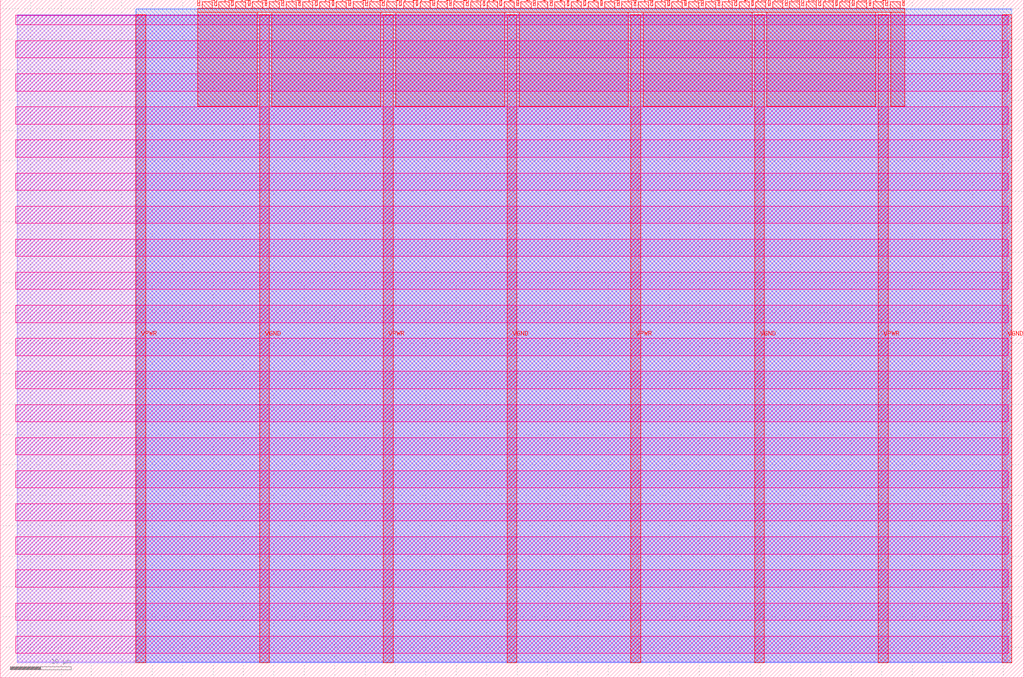
<source format=lef>
VERSION 5.7 ;
  NOWIREEXTENSIONATPIN ON ;
  DIVIDERCHAR "/" ;
  BUSBITCHARS "[]" ;
MACRO tt_um_mabhari_seven_segment_seconds_dup
  CLASS BLOCK ;
  FOREIGN tt_um_mabhari_seven_segment_seconds_dup ;
  ORIGIN 0.000 0.000 ;
  SIZE 168.360 BY 111.520 ;
  PIN VGND
    DIRECTION INOUT ;
    USE GROUND ;
    PORT
      LAYER met4 ;
        RECT 42.670 2.480 44.270 109.040 ;
    END
    PORT
      LAYER met4 ;
        RECT 83.380 2.480 84.980 109.040 ;
    END
    PORT
      LAYER met4 ;
        RECT 124.090 2.480 125.690 109.040 ;
    END
    PORT
      LAYER met4 ;
        RECT 164.800 2.480 166.400 109.040 ;
    END
  END VGND
  PIN VPWR
    DIRECTION INOUT ;
    USE POWER ;
    PORT
      LAYER met4 ;
        RECT 22.315 2.480 23.915 109.040 ;
    END
    PORT
      LAYER met4 ;
        RECT 63.025 2.480 64.625 109.040 ;
    END
    PORT
      LAYER met4 ;
        RECT 103.735 2.480 105.335 109.040 ;
    END
    PORT
      LAYER met4 ;
        RECT 144.445 2.480 146.045 109.040 ;
    END
  END VPWR
  PIN clk
    DIRECTION INPUT ;
    USE SIGNAL ;
    ANTENNAGATEAREA 0.852000 ;
    PORT
      LAYER met4 ;
        RECT 145.670 110.520 145.970 111.520 ;
    END
  END clk
  PIN ena
    DIRECTION INPUT ;
    USE SIGNAL ;
    ANTENNAGATEAREA 0.196500 ;
    PORT
      LAYER met4 ;
        RECT 148.430 110.520 148.730 111.520 ;
    END
  END ena
  PIN rst_n
    DIRECTION INPUT ;
    USE SIGNAL ;
    ANTENNAGATEAREA 0.213000 ;
    PORT
      LAYER met4 ;
        RECT 142.910 110.520 143.210 111.520 ;
    END
  END rst_n
  PIN ui_in[0]
    DIRECTION INPUT ;
    USE SIGNAL ;
    ANTENNAGATEAREA 0.196500 ;
    PORT
      LAYER met4 ;
        RECT 140.150 110.520 140.450 111.520 ;
    END
  END ui_in[0]
  PIN ui_in[1]
    DIRECTION INPUT ;
    USE SIGNAL ;
    ANTENNAGATEAREA 0.196500 ;
    PORT
      LAYER met4 ;
        RECT 137.390 110.520 137.690 111.520 ;
    END
  END ui_in[1]
  PIN ui_in[2]
    DIRECTION INPUT ;
    USE SIGNAL ;
    ANTENNAGATEAREA 0.196500 ;
    PORT
      LAYER met4 ;
        RECT 134.630 110.520 134.930 111.520 ;
    END
  END ui_in[2]
  PIN ui_in[3]
    DIRECTION INPUT ;
    USE SIGNAL ;
    ANTENNAGATEAREA 0.196500 ;
    PORT
      LAYER met4 ;
        RECT 131.870 110.520 132.170 111.520 ;
    END
  END ui_in[3]
  PIN ui_in[4]
    DIRECTION INPUT ;
    USE SIGNAL ;
    ANTENNAGATEAREA 0.196500 ;
    PORT
      LAYER met4 ;
        RECT 129.110 110.520 129.410 111.520 ;
    END
  END ui_in[4]
  PIN ui_in[5]
    DIRECTION INPUT ;
    USE SIGNAL ;
    ANTENNAGATEAREA 0.196500 ;
    PORT
      LAYER met4 ;
        RECT 126.350 110.520 126.650 111.520 ;
    END
  END ui_in[5]
  PIN ui_in[6]
    DIRECTION INPUT ;
    USE SIGNAL ;
    ANTENNAGATEAREA 0.196500 ;
    PORT
      LAYER met4 ;
        RECT 123.590 110.520 123.890 111.520 ;
    END
  END ui_in[6]
  PIN ui_in[7]
    DIRECTION INPUT ;
    USE SIGNAL ;
    ANTENNAGATEAREA 0.196500 ;
    PORT
      LAYER met4 ;
        RECT 120.830 110.520 121.130 111.520 ;
    END
  END ui_in[7]
  PIN uio_in[0]
    DIRECTION INPUT ;
    USE SIGNAL ;
    ANTENNAGATEAREA 0.196500 ;
    PORT
      LAYER met4 ;
        RECT 118.070 110.520 118.370 111.520 ;
    END
  END uio_in[0]
  PIN uio_in[1]
    DIRECTION INPUT ;
    USE SIGNAL ;
    ANTENNAGATEAREA 0.196500 ;
    PORT
      LAYER met4 ;
        RECT 115.310 110.520 115.610 111.520 ;
    END
  END uio_in[1]
  PIN uio_in[2]
    DIRECTION INPUT ;
    USE SIGNAL ;
    PORT
      LAYER met4 ;
        RECT 112.550 110.520 112.850 111.520 ;
    END
  END uio_in[2]
  PIN uio_in[3]
    DIRECTION INPUT ;
    USE SIGNAL ;
    ANTENNAGATEAREA 0.213000 ;
    PORT
      LAYER met4 ;
        RECT 109.790 110.520 110.090 111.520 ;
    END
  END uio_in[3]
  PIN uio_in[4]
    DIRECTION INPUT ;
    USE SIGNAL ;
    PORT
      LAYER met4 ;
        RECT 107.030 110.520 107.330 111.520 ;
    END
  END uio_in[4]
  PIN uio_in[5]
    DIRECTION INPUT ;
    USE SIGNAL ;
    PORT
      LAYER met4 ;
        RECT 104.270 110.520 104.570 111.520 ;
    END
  END uio_in[5]
  PIN uio_in[6]
    DIRECTION INPUT ;
    USE SIGNAL ;
    PORT
      LAYER met4 ;
        RECT 101.510 110.520 101.810 111.520 ;
    END
  END uio_in[6]
  PIN uio_in[7]
    DIRECTION INPUT ;
    USE SIGNAL ;
    PORT
      LAYER met4 ;
        RECT 98.750 110.520 99.050 111.520 ;
    END
  END uio_in[7]
  PIN uio_oe[0]
    DIRECTION OUTPUT TRISTATE ;
    USE SIGNAL ;
    PORT
      LAYER met4 ;
        RECT 51.830 110.520 52.130 111.520 ;
    END
  END uio_oe[0]
  PIN uio_oe[1]
    DIRECTION OUTPUT TRISTATE ;
    USE SIGNAL ;
    PORT
      LAYER met4 ;
        RECT 49.070 110.520 49.370 111.520 ;
    END
  END uio_oe[1]
  PIN uio_oe[2]
    DIRECTION OUTPUT TRISTATE ;
    USE SIGNAL ;
    PORT
      LAYER met4 ;
        RECT 46.310 110.520 46.610 111.520 ;
    END
  END uio_oe[2]
  PIN uio_oe[3]
    DIRECTION OUTPUT TRISTATE ;
    USE SIGNAL ;
    PORT
      LAYER met4 ;
        RECT 43.550 110.520 43.850 111.520 ;
    END
  END uio_oe[3]
  PIN uio_oe[4]
    DIRECTION OUTPUT TRISTATE ;
    USE SIGNAL ;
    PORT
      LAYER met4 ;
        RECT 40.790 110.520 41.090 111.520 ;
    END
  END uio_oe[4]
  PIN uio_oe[5]
    DIRECTION OUTPUT TRISTATE ;
    USE SIGNAL ;
    PORT
      LAYER met4 ;
        RECT 38.030 110.520 38.330 111.520 ;
    END
  END uio_oe[5]
  PIN uio_oe[6]
    DIRECTION OUTPUT TRISTATE ;
    USE SIGNAL ;
    PORT
      LAYER met4 ;
        RECT 35.270 110.520 35.570 111.520 ;
    END
  END uio_oe[6]
  PIN uio_oe[7]
    DIRECTION OUTPUT TRISTATE ;
    USE SIGNAL ;
    PORT
      LAYER met4 ;
        RECT 32.510 110.520 32.810 111.520 ;
    END
  END uio_oe[7]
  PIN uio_out[0]
    DIRECTION OUTPUT TRISTATE ;
    USE SIGNAL ;
    PORT
      LAYER met4 ;
        RECT 73.910 110.520 74.210 111.520 ;
    END
  END uio_out[0]
  PIN uio_out[1]
    DIRECTION OUTPUT TRISTATE ;
    USE SIGNAL ;
    PORT
      LAYER met4 ;
        RECT 71.150 110.520 71.450 111.520 ;
    END
  END uio_out[1]
  PIN uio_out[2]
    DIRECTION OUTPUT TRISTATE ;
    USE SIGNAL ;
    PORT
      LAYER met4 ;
        RECT 68.390 110.520 68.690 111.520 ;
    END
  END uio_out[2]
  PIN uio_out[3]
    DIRECTION OUTPUT TRISTATE ;
    USE SIGNAL ;
    PORT
      LAYER met4 ;
        RECT 65.630 110.520 65.930 111.520 ;
    END
  END uio_out[3]
  PIN uio_out[4]
    DIRECTION OUTPUT TRISTATE ;
    USE SIGNAL ;
    PORT
      LAYER met4 ;
        RECT 62.870 110.520 63.170 111.520 ;
    END
  END uio_out[4]
  PIN uio_out[5]
    DIRECTION OUTPUT TRISTATE ;
    USE SIGNAL ;
    PORT
      LAYER met4 ;
        RECT 60.110 110.520 60.410 111.520 ;
    END
  END uio_out[5]
  PIN uio_out[6]
    DIRECTION OUTPUT TRISTATE ;
    USE SIGNAL ;
    PORT
      LAYER met4 ;
        RECT 57.350 110.520 57.650 111.520 ;
    END
  END uio_out[6]
  PIN uio_out[7]
    DIRECTION OUTPUT TRISTATE ;
    USE SIGNAL ;
    ANTENNADIFFAREA 0.795200 ;
    PORT
      LAYER met4 ;
        RECT 54.590 110.520 54.890 111.520 ;
    END
  END uio_out[7]
  PIN uo_out[0]
    DIRECTION OUTPUT TRISTATE ;
    USE SIGNAL ;
    ANTENNADIFFAREA 0.891000 ;
    PORT
      LAYER met4 ;
        RECT 95.990 110.520 96.290 111.520 ;
    END
  END uo_out[0]
  PIN uo_out[1]
    DIRECTION OUTPUT TRISTATE ;
    USE SIGNAL ;
    ANTENNADIFFAREA 0.891000 ;
    PORT
      LAYER met4 ;
        RECT 93.230 110.520 93.530 111.520 ;
    END
  END uo_out[1]
  PIN uo_out[2]
    DIRECTION OUTPUT TRISTATE ;
    USE SIGNAL ;
    ANTENNADIFFAREA 1.431000 ;
    PORT
      LAYER met4 ;
        RECT 90.470 110.520 90.770 111.520 ;
    END
  END uo_out[2]
  PIN uo_out[3]
    DIRECTION OUTPUT TRISTATE ;
    USE SIGNAL ;
    ANTENNADIFFAREA 0.891000 ;
    PORT
      LAYER met4 ;
        RECT 87.710 110.520 88.010 111.520 ;
    END
  END uo_out[3]
  PIN uo_out[4]
    DIRECTION OUTPUT TRISTATE ;
    USE SIGNAL ;
    ANTENNAGATEAREA 0.495000 ;
    ANTENNADIFFAREA 0.911000 ;
    PORT
      LAYER met4 ;
        RECT 84.950 110.520 85.250 111.520 ;
    END
  END uo_out[4]
  PIN uo_out[5]
    DIRECTION OUTPUT TRISTATE ;
    USE SIGNAL ;
    ANTENNADIFFAREA 0.445500 ;
    PORT
      LAYER met4 ;
        RECT 82.190 110.520 82.490 111.520 ;
    END
  END uo_out[5]
  PIN uo_out[6]
    DIRECTION OUTPUT TRISTATE ;
    USE SIGNAL ;
    ANTENNADIFFAREA 0.924000 ;
    PORT
      LAYER met4 ;
        RECT 79.430 110.520 79.730 111.520 ;
    END
  END uo_out[6]
  PIN uo_out[7]
    DIRECTION OUTPUT TRISTATE ;
    USE SIGNAL ;
    PORT
      LAYER met4 ;
        RECT 76.670 110.520 76.970 111.520 ;
    END
  END uo_out[7]
  OBS
      LAYER nwell ;
        RECT 2.570 107.385 165.790 108.990 ;
        RECT 2.570 101.945 165.790 104.775 ;
        RECT 2.570 96.505 165.790 99.335 ;
        RECT 2.570 91.065 165.790 93.895 ;
        RECT 2.570 85.625 165.790 88.455 ;
        RECT 2.570 80.185 165.790 83.015 ;
        RECT 2.570 74.745 165.790 77.575 ;
        RECT 2.570 69.305 165.790 72.135 ;
        RECT 2.570 63.865 165.790 66.695 ;
        RECT 2.570 58.425 165.790 61.255 ;
        RECT 2.570 52.985 165.790 55.815 ;
        RECT 2.570 47.545 165.790 50.375 ;
        RECT 2.570 42.105 165.790 44.935 ;
        RECT 2.570 36.665 165.790 39.495 ;
        RECT 2.570 31.225 165.790 34.055 ;
        RECT 2.570 25.785 165.790 28.615 ;
        RECT 2.570 20.345 165.790 23.175 ;
        RECT 2.570 14.905 165.790 17.735 ;
        RECT 2.570 9.465 165.790 12.295 ;
        RECT 2.570 4.025 165.790 6.855 ;
      LAYER li1 ;
        RECT 2.760 2.635 165.600 108.885 ;
      LAYER met1 ;
        RECT 2.760 2.480 166.400 109.040 ;
      LAYER met2 ;
        RECT 22.345 2.535 166.370 110.005 ;
      LAYER met3 ;
        RECT 22.325 2.555 166.390 109.985 ;
      LAYER met4 ;
        RECT 33.210 110.120 34.870 111.170 ;
        RECT 35.970 110.120 37.630 111.170 ;
        RECT 38.730 110.120 40.390 111.170 ;
        RECT 41.490 110.120 43.150 111.170 ;
        RECT 44.250 110.120 45.910 111.170 ;
        RECT 47.010 110.120 48.670 111.170 ;
        RECT 49.770 110.120 51.430 111.170 ;
        RECT 52.530 110.120 54.190 111.170 ;
        RECT 55.290 110.120 56.950 111.170 ;
        RECT 58.050 110.120 59.710 111.170 ;
        RECT 60.810 110.120 62.470 111.170 ;
        RECT 63.570 110.120 65.230 111.170 ;
        RECT 66.330 110.120 67.990 111.170 ;
        RECT 69.090 110.120 70.750 111.170 ;
        RECT 71.850 110.120 73.510 111.170 ;
        RECT 74.610 110.120 76.270 111.170 ;
        RECT 77.370 110.120 79.030 111.170 ;
        RECT 80.130 110.120 81.790 111.170 ;
        RECT 82.890 110.120 84.550 111.170 ;
        RECT 85.650 110.120 87.310 111.170 ;
        RECT 88.410 110.120 90.070 111.170 ;
        RECT 91.170 110.120 92.830 111.170 ;
        RECT 93.930 110.120 95.590 111.170 ;
        RECT 96.690 110.120 98.350 111.170 ;
        RECT 99.450 110.120 101.110 111.170 ;
        RECT 102.210 110.120 103.870 111.170 ;
        RECT 104.970 110.120 106.630 111.170 ;
        RECT 107.730 110.120 109.390 111.170 ;
        RECT 110.490 110.120 112.150 111.170 ;
        RECT 113.250 110.120 114.910 111.170 ;
        RECT 116.010 110.120 117.670 111.170 ;
        RECT 118.770 110.120 120.430 111.170 ;
        RECT 121.530 110.120 123.190 111.170 ;
        RECT 124.290 110.120 125.950 111.170 ;
        RECT 127.050 110.120 128.710 111.170 ;
        RECT 129.810 110.120 131.470 111.170 ;
        RECT 132.570 110.120 134.230 111.170 ;
        RECT 135.330 110.120 136.990 111.170 ;
        RECT 138.090 110.120 139.750 111.170 ;
        RECT 140.850 110.120 142.510 111.170 ;
        RECT 143.610 110.120 145.270 111.170 ;
        RECT 146.370 110.120 148.030 111.170 ;
        RECT 32.495 109.440 148.745 110.120 ;
        RECT 32.495 94.015 42.270 109.440 ;
        RECT 44.670 94.015 62.625 109.440 ;
        RECT 65.025 94.015 82.980 109.440 ;
        RECT 85.380 94.015 103.335 109.440 ;
        RECT 105.735 94.015 123.690 109.440 ;
        RECT 126.090 94.015 144.045 109.440 ;
        RECT 146.445 94.015 148.745 109.440 ;
  END
END tt_um_mabhari_seven_segment_seconds_dup
END LIBRARY


</source>
